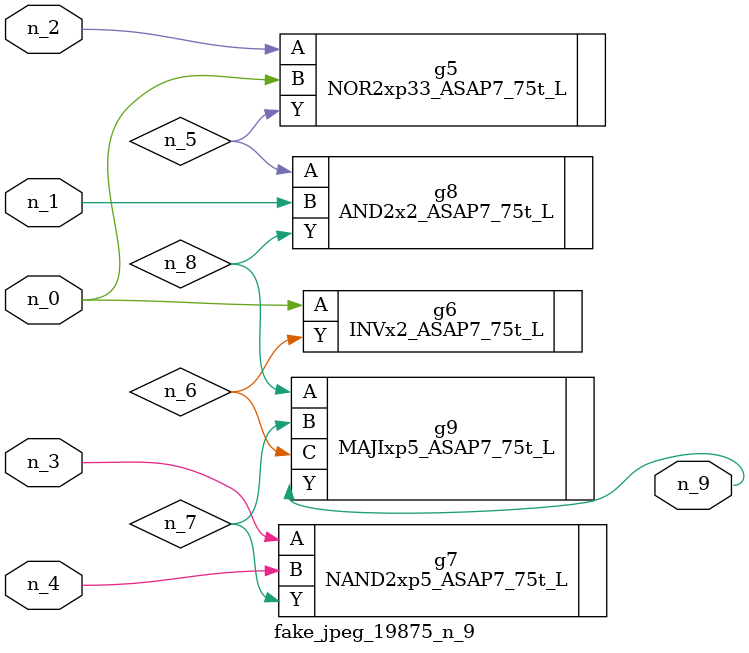
<source format=v>
module fake_jpeg_19875_n_9 (n_3, n_2, n_1, n_0, n_4, n_9);

input n_3;
input n_2;
input n_1;
input n_0;
input n_4;

output n_9;

wire n_8;
wire n_6;
wire n_5;
wire n_7;

NOR2xp33_ASAP7_75t_L g5 ( 
.A(n_2),
.B(n_0),
.Y(n_5)
);

INVx2_ASAP7_75t_L g6 ( 
.A(n_0),
.Y(n_6)
);

NAND2xp5_ASAP7_75t_L g7 ( 
.A(n_3),
.B(n_4),
.Y(n_7)
);

AND2x2_ASAP7_75t_L g8 ( 
.A(n_5),
.B(n_1),
.Y(n_8)
);

MAJIxp5_ASAP7_75t_L g9 ( 
.A(n_8),
.B(n_7),
.C(n_6),
.Y(n_9)
);


endmodule
</source>
